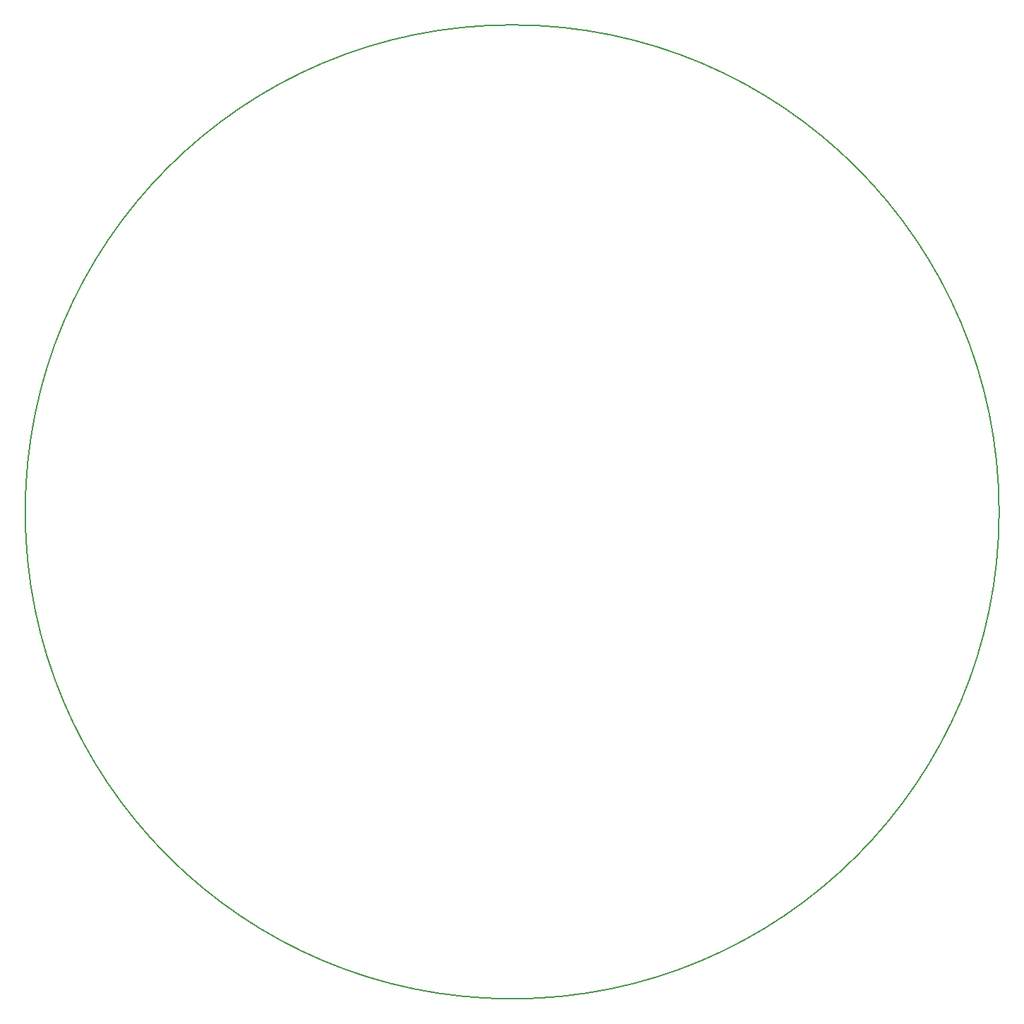
<source format=gbr>
%TF.GenerationSoftware,KiCad,Pcbnew,8.0.3*%
%TF.CreationDate,2024-07-21T13:05:35-04:00*%
%TF.ProjectId,Mainboard,4d61696e-626f-4617-9264-2e6b69636164,rev?*%
%TF.SameCoordinates,Original*%
%TF.FileFunction,Profile,NP*%
%FSLAX46Y46*%
G04 Gerber Fmt 4.6, Leading zero omitted, Abs format (unit mm)*
G04 Created by KiCad (PCBNEW 8.0.3) date 2024-07-21 13:05:35*
%MOMM*%
%LPD*%
G01*
G04 APERTURE LIST*
%TA.AperFunction,Profile*%
%ADD10C,0.200000*%
%TD*%
G04 APERTURE END LIST*
D10*
X185420000Y-101600000D02*
G75*
G02*
X68580000Y-101600000I-58420000J0D01*
G01*
X68580000Y-101600000D02*
G75*
G02*
X185420000Y-101600000I58420000J0D01*
G01*
M02*

</source>
